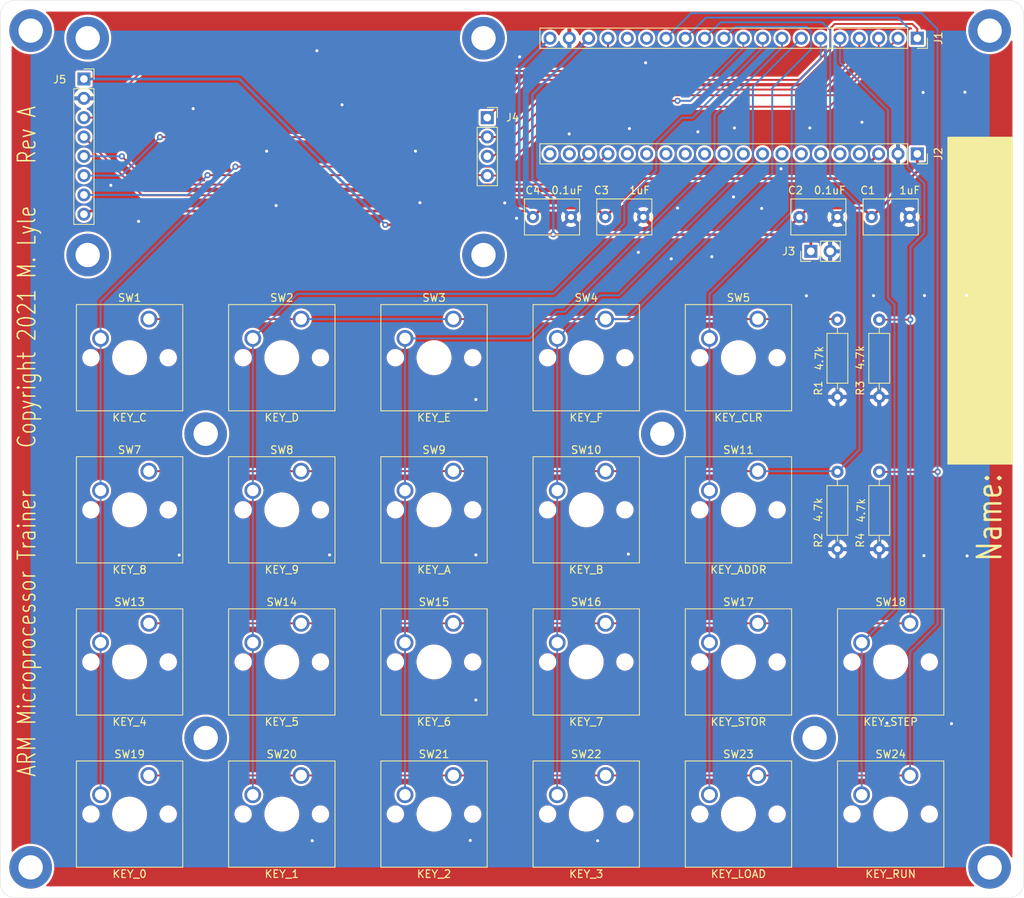
<source format=kicad_pcb>
(kicad_pcb (version 20171130) (host pcbnew "(5.1.6)-1")
  (layers (0 F.Cu signal hide) (31 B.Cu signal) (34 B.Paste user) (35 F.Paste user) (36 B.SilkS user) (37 F.SilkS user) (38 B.Mask user) (39 F.Mask user) (44 Edge.Cuts user))
  (net 0 "")
  (net 1 GND)
  (net 2 +5V)
  (net 3 +3V3)
  (net 4 /PB9LCDCS)
  (net 5 /PB8)
  (net 6 /PB7)
  (net 7 /PB6)
  (net 8 /PB5)
  (net 9 /PB4)
  (net 10 /PB3)
  (net 11 /PA15)
  (net 12 /PA12)
  (net 13 /PA11)
  (net 14 /PA10)
  (net 15 /PA9)
  (net 16 /PA8)
  (net 17 /PB15MOSI)
  (net 18 /PB14MISO)
  (net 19 /PB13SCK)
  (net 20 /PB12SDCS)
  (net 21 /MVB)
  (net 22 /PC13)
  (net 23 /PC14LCDA0)
  (net 24 /PC15LCDRST)
  (net 25 /NRST)
  (net 26 /PA0)
  (net 27 /PA1)
  (net 28 /PA2)
  (net 29 /PA3)
  (net 30 /PA4)
  (net 31 /PA5)
  (net 32 /PA6)
  (net 33 /PA7)
  (net 34 /PB0)
  (net 35 /PB1)
  (net 36 /PB2)
  (net 37 /PB10)
  (module MountingHole:MountingHole_3.2mm_M3_DIN965_Pad (layer B.Cu) (at 40 75)
    (fp_text reference REF## hide)
    (fp_text value MountingHole_3.2mm_M3_DIN965_Pad hide)
    (pad 1 thru_hole circle (at 0 0) (size 5.6 5.6) (drill 3.2) (layers *.Cu *.Mask))
  )
  (module MountingHole:MountingHole_3.2mm_M3_DIN965_Pad (layer B.Cu) (at 120 115)
    (fp_text reference REF## hide)
    (fp_text value MountingHole_3.2mm_M3_DIN965_Pad hide)
    (pad 1 thru_hole circle (at 0 0) (size 5.6 5.6) (drill 3.2) (layers *.Cu *.Mask))
  )
  (module MountingHole:MountingHole_3.2mm_M3_DIN965_Pad (layer B.Cu) (at 40 115)
    (fp_text reference REF## hide)
    (fp_text value MountingHole_3.2mm_M3_DIN965_Pad hide)
    (pad 1 thru_hole circle (at 0 0) (size 5.6 5.6) (drill 3.2) (layers *.Cu *.Mask))
  )
  (module MountingHole:MountingHole_3.2mm_M3_DIN965_Pad (layer B.Cu) (at 100 75)
    (fp_text reference REF## hide)
    (fp_text value MountingHole_3.2mm_M3_DIN965_Pad hide)
    (pad 1 thru_hole circle (at 0 0) (size 5.6 5.6) (drill 3.2) (layers *.Cu *.Mask))
  )
  (module Connector_PinHeader_2.54mm:PinHeader_1x02_P2.54mm_Vertical (layer F.Cu) (at 119.51 51.01 90)
    (fp_text reference J3 (at -0.01 -2.91 180) (layer F.SilkS))
    (fp_text value Conn_01x02 hide)
    (pad 2 thru_hole oval (at 0 2.54 90) (size 1.7 1.7) (drill 1) (layers *.Cu *.Mask) (net 1 GND))
    (pad 1 thru_hole rect (at 0 0 90) (size 1.7 1.7) (drill 1) (layers *.Cu *.Mask) (net 2 +5V))
  )
  (module Connector_PinSocket_2.54mm:PinSocket_1x08_P2.54mm_Vertical (layer F.Cu) (at 24 28.36)
    (fp_text reference J5 (at -3.175 0.065) (layer F.SilkS))
    (fp_text value Conn_01x08 hide)
    (pad 8 thru_hole oval (at 0 17.78) (size 1.7 1.7) (drill 1) (layers *.Cu *.Mask) (net 3 +3V3))
    (pad 7 thru_hole oval (at 0 15.24) (size 1.7 1.7) (drill 1) (layers *.Cu *.Mask) (net 19 /PB13SCK))
    (pad 6 thru_hole oval (at 0 12.7) (size 1.7 1.7) (drill 1) (layers *.Cu *.Mask) (net 17 /PB15MOSI))
    (pad 5 thru_hole oval (at 0 10.16) (size 1.7 1.7) (drill 1) (layers *.Cu *.Mask) (net 23 /PC14LCDA0))
    (pad 4 thru_hole oval (at 0 7.62) (size 1.7 1.7) (drill 1) (layers *.Cu *.Mask) (net 24 /PC15LCDRST))
    (pad 3 thru_hole oval (at 0 5.08) (size 1.7 1.7) (drill 1) (layers *.Cu *.Mask) (net 4 /PB9LCDCS))
    (pad 2 thru_hole oval (at 0 2.54) (size 1.7 1.7) (drill 1) (layers *.Cu *.Mask) (net 1 GND))
    (pad 1 thru_hole rect (at 0 0) (size 1.7 1.7) (drill 1) (layers *.Cu *.Mask) (net 2 +5V))
  )
  (module Connector_PinSocket_2.54mm:PinSocket_1x04_P2.54mm_Vertical (layer F.Cu) (at 77 33.44)
    (fp_text reference J4 (at 3.325 -0.015) (layer F.SilkS))
    (fp_text value Conn_01x04 hide)
    (pad 4 thru_hole oval (at 0 7.62) (size 1.7 1.7) (drill 1) (layers *.Cu *.Mask) (net 19 /PB13SCK))
    (pad 3 thru_hole oval (at 0 5.08) (size 1.7 1.7) (drill 1) (layers *.Cu *.Mask) (net 18 /PB14MISO))
    (pad 2 thru_hole oval (at 0 2.54) (size 1.7 1.7) (drill 1) (layers *.Cu *.Mask) (net 17 /PB15MOSI))
    (pad 1 thru_hole rect (at 0 0) (size 1.7 1.7) (drill 1) (layers *.Cu *.Mask) (net 20 /PB12SDCS))
  )
  (module Connector_PinSocket_2.54mm:PinSocket_1x20_P2.54mm_Vertical (layer F.Cu) (at 133.5 38.2 270)
    (fp_text reference J2 (at 0 -2.77 90) (layer F.SilkS))
    (fp_text value Conn_01x20 hide)
    (pad 20 thru_hole oval (at 0 48.26 270) (size 1.7 1.7) (drill 1) (layers *.Cu *.Mask) (net 21 /MVB))
    (pad 19 thru_hole oval (at 0 45.72 270) (size 1.7 1.7) (drill 1) (layers *.Cu *.Mask) (net 22 /PC13))
    (pad 18 thru_hole oval (at 0 43.18 270) (size 1.7 1.7) (drill 1) (layers *.Cu *.Mask) (net 23 /PC14LCDA0))
    (pad 17 thru_hole oval (at 0 40.64 270) (size 1.7 1.7) (drill 1) (layers *.Cu *.Mask) (net 24 /PC15LCDRST))
    (pad 16 thru_hole oval (at 0 38.1 270) (size 1.7 1.7) (drill 1) (layers *.Cu *.Mask) (net 25 /NRST))
    (pad 15 thru_hole oval (at 0 35.56 270) (size 1.7 1.7) (drill 1) (layers *.Cu *.Mask) (net 26 /PA0))
    (pad 14 thru_hole oval (at 0 33.02 270) (size 1.7 1.7) (drill 1) (layers *.Cu *.Mask) (net 27 /PA1))
    (pad 13 thru_hole oval (at 0 30.48 270) (size 1.7 1.7) (drill 1) (layers *.Cu *.Mask) (net 28 /PA2))
    (pad 12 thru_hole oval (at 0 27.94 270) (size 1.7 1.7) (drill 1) (layers *.Cu *.Mask) (net 29 /PA3))
    (pad 11 thru_hole oval (at 0 25.4 270) (size 1.7 1.7) (drill 1) (layers *.Cu *.Mask) (net 30 /PA4))
    (pad 10 thru_hole oval (at 0 22.86 270) (size 1.7 1.7) (drill 1) (layers *.Cu *.Mask) (net 31 /PA5))
    (pad 9 thru_hole oval (at 0 20.32 270) (size 1.7 1.7) (drill 1) (layers *.Cu *.Mask) (net 32 /PA6))
    (pad 8 thru_hole oval (at 0 17.78 270) (size 1.7 1.7) (drill 1) (layers *.Cu *.Mask) (net 33 /PA7))
    (pad 7 thru_hole oval (at 0 15.24 270) (size 1.7 1.7) (drill 1) (layers *.Cu *.Mask) (net 34 /PB0))
    (pad 6 thru_hole oval (at 0 12.7 270) (size 1.7 1.7) (drill 1) (layers *.Cu *.Mask) (net 35 /PB1))
    (pad 5 thru_hole oval (at 0 10.16 270) (size 1.7 1.7) (drill 1) (layers *.Cu *.Mask) (net 36 /PB2))
    (pad 4 thru_hole oval (at 0 7.62 270) (size 1.7 1.7) (drill 1) (layers *.Cu *.Mask) (net 37 /PB10))
    (pad 3 thru_hole oval (at 0 5.08 270) (size 1.7 1.7) (drill 1) (layers *.Cu *.Mask) (net 3 +3V3))
    (pad 2 thru_hole oval (at 0 2.54 270) (size 1.7 1.7) (drill 1) (layers *.Cu *.Mask) (net 1 GND))
    (pad 1 thru_hole rect (at 0 0 270) (size 1.7 1.7) (drill 1) (layers *.Cu *.Mask) (net 2 +5V))
  )
  (module Connector_PinSocket_2.54mm:PinSocket_1x20_P2.54mm_Vertical (layer F.Cu) (at 133.5 23 270)
    (fp_text reference J1 (at 0 -2.77 90) (layer F.SilkS))
    (fp_text value Conn_01x20 hide)
    (pad 20 thru_hole oval (at 0 48.26 270) (size 1.7 1.7) (drill 1) (layers *.Cu *.Mask) (net 3 +3V3))
    (pad 19 thru_hole oval (at 0 45.72 270) (size 1.7 1.7) (drill 1) (layers *.Cu *.Mask) (net 1 GND))
    (pad 18 thru_hole oval (at 0 43.18 270) (size 1.7 1.7) (drill 1) (layers *.Cu *.Mask) (net 2 +5V))
    (pad 17 thru_hole oval (at 0 40.64 270) (size 1.7 1.7) (drill 1) (layers *.Cu *.Mask) (net 4 /PB9LCDCS))
    (pad 16 thru_hole oval (at 0 38.1 270) (size 1.7 1.7) (drill 1) (layers *.Cu *.Mask) (net 5 /PB8))
    (pad 15 thru_hole oval (at 0 35.56 270) (size 1.7 1.7) (drill 1) (layers *.Cu *.Mask) (net 6 /PB7))
    (pad 14 thru_hole oval (at 0 33.02 270) (size 1.7 1.7) (drill 1) (layers *.Cu *.Mask) (net 7 /PB6))
    (pad 13 thru_hole oval (at 0 30.48 270) (size 1.7 1.7) (drill 1) (layers *.Cu *.Mask) (net 8 /PB5))
    (pad 12 thru_hole oval (at 0 27.94 270) (size 1.7 1.7) (drill 1) (layers *.Cu *.Mask) (net 9 /PB4))
    (pad 11 thru_hole oval (at 0 25.4 270) (size 1.7 1.7) (drill 1) (layers *.Cu *.Mask) (net 10 /PB3))
    (pad 10 thru_hole oval (at 0 22.86 270) (size 1.7 1.7) (drill 1) (layers *.Cu *.Mask) (net 11 /PA15))
    (pad 9 thru_hole oval (at 0 20.32 270) (size 1.7 1.7) (drill 1) (layers *.Cu *.Mask) (net 12 /PA12))
    (pad 8 thru_hole oval (at 0 17.78 270) (size 1.7 1.7) (drill 1) (layers *.Cu *.Mask) (net 13 /PA11))
    (pad 7 thru_hole oval (at 0 15.24 270) (size 1.7 1.7) (drill 1) (layers *.Cu *.Mask) (net 14 /PA10))
    (pad 6 thru_hole oval (at 0 12.7 270) (size 1.7 1.7) (drill 1) (layers *.Cu *.Mask) (net 15 /PA9))
    (pad 5 thru_hole oval (at 0 10.16 270) (size 1.7 1.7) (drill 1) (layers *.Cu *.Mask) (net 16 /PA8))
    (pad 4 thru_hole oval (at 0 7.62 270) (size 1.7 1.7) (drill 1) (layers *.Cu *.Mask) (net 17 /PB15MOSI))
    (pad 3 thru_hole oval (at 0 5.08 270) (size 1.7 1.7) (drill 1) (layers *.Cu *.Mask) (net 18 /PB14MISO))
    (pad 2 thru_hole oval (at 0 2.54 270) (size 1.7 1.7) (drill 1) (layers *.Cu *.Mask) (net 19 /PB13SCK))
    (pad 1 thru_hole rect (at 0 0 270) (size 1.7 1.7) (drill 1) (layers *.Cu *.Mask) (net 20 /PB12SDCS))
  )
  (module MountingHole:MountingHole_3.2mm_M3_DIN965_Pad (layer F.Cu) (at 24.5 51.5)
    (fp_text reference REF** hide)
    (fp_text value MountingHole_3.2mm_M3_DIN965_Pad hide)
    (pad 1 thru_hole circle (at 0 0) (size 5.6 5.6) (drill 3.2) (layers *.Cu *.Mask))
  )
  (module MountingHole:MountingHole_3.2mm_M3_DIN965_Pad (layer F.Cu) (at 76.5 51.5)
    (fp_text reference REF** hide)
    (fp_text value MountingHole_3.2mm_M3_DIN965_Pad hide)
    (pad 1 thru_hole circle (at 0 0) (size 5.6 5.6) (drill 3.2) (layers *.Cu *.Mask))
  )
  (module MountingHole:MountingHole_3.2mm_M3_DIN965_Pad (layer F.Cu) (at 76.5 23)
    (fp_text reference REF** hide)
    (fp_text value MountingHole_3.2mm_M3_DIN965_Pad hide)
    (pad 1 thru_hole circle (at 0 0) (size 5.6 5.6) (drill 3.2) (layers *.Cu *.Mask))
  )
  (module MountingHole:MountingHole_3.2mm_M3_DIN965_Pad (layer F.Cu) (at 24.5 23)
    (fp_text reference REF** hide)
    (fp_text value MountingHole_3.2mm_M3_DIN965_Pad hide)
    (pad 1 thru_hole circle (at 0 0) (size 5.6 5.6) (drill 3.2) (layers *.Cu *.Mask))
  )
  (module MountingHole:MountingHole_3.2mm_M3_DIN965_Pad (layer F.Cu) (at 17 22)
    (fp_text reference REF** hide)
    (fp_text value MountingHole_3.2mm_M3_DIN965_Pad hide)
    (pad 1 thru_hole circle (at 0 0) (size 5.6 5.6) (drill 3.2) (layers *.Cu *.Mask))
  )
  (module MountingHole:MountingHole_3.2mm_M3_DIN965_Pad (layer F.Cu) (at 143 22)
    (fp_text reference REF** hide)
    (fp_text value MountingHole_3.2mm_M3_DIN965_Pad hide)
    (pad 1 thru_hole circle (at 0 0) (size 5.6 5.6) (drill 3.2) (layers *.Cu *.Mask))
  )
  (module MountingHole:MountingHole_3.2mm_M3_DIN965_Pad (layer F.Cu) (at 143 132)
    (fp_text reference REF** hide)
    (fp_text value MountingHole_3.2mm_M3_DIN965_Pad hide)
    (pad 1 thru_hole circle (at 0 0) (size 5.6 5.6) (drill 3.2) (layers *.Cu *.Mask))
  )
  (module MountingHole:MountingHole_3.2mm_M3_DIN965_Pad (layer F.Cu) (at 17 132)
    (fp_text reference REF## hide)
    (fp_text value MountingHole_3.2mm_M3_DIN965_Pad hide)
    (pad 1 thru_hole circle (at 0 0) (size 5.6 5.6) (drill 3.2) (layers *.Cu *.Mask))
  )
  (module Capacitor_THT:C_Rect_L7.0mm_W4.5mm_P5.00mm (layer F.Cu) (at 83 46.5)
    (fp_text reference C4 (at 0 -3.5) (layer F.SilkS))
    (fp_text value 0.1uF (at 4.5 -3.5) (layer F.SilkS))
    (pad 2 thru_hole circle (at 5 0) (size 1.6 1.6) (drill 0.8) (layers *.Cu *.Mask) (net 1 GND))
    (pad 1 thru_hole circle (at 0 0) (size 1.6 1.6) (drill 0.8) (layers *.Cu *.Mask) (net 3 +3V3))
  )
  (module Capacitor_THT:C_Rect_L7.0mm_W4.5mm_P5.00mm (layer F.Cu) (at 92.5 46.5)
    (fp_text reference C3 (at -0.5 -3.5) (layer F.SilkS))
    (fp_text value 1uF (at 4.5 -3.5) (layer F.SilkS))
    (pad 2 thru_hole circle (at 5 0) (size 1.6 1.6) (drill 0.8) (layers *.Cu *.Mask) (net 1 GND))
    (pad 1 thru_hole circle (at 0 0) (size 1.6 1.6) (drill 0.8) (layers *.Cu *.Mask) (net 3 +3V3))
  )
  (module Capacitor_THT:C_Rect_L7.0mm_W4.5mm_P5.00mm (layer F.Cu) (at 118 46.5)
    (fp_text reference C2 (at -0.5 -3.5) (layer F.SilkS))
    (fp_text value 0.1uF (at 4 -3.5) (layer F.SilkS))
    (pad 2 thru_hole circle (at 5 0) (size 1.6 1.6) (drill 0.8) (layers *.Cu *.Mask) (net 1 GND))
    (pad 1 thru_hole circle (at 0 0) (size 1.6 1.6) (drill 0.8) (layers *.Cu *.Mask) (net 2 +5V))
  )
  (module Capacitor_THT:C_Rect_L7.0mm_W4.5mm_P5.00mm (layer F.Cu) (at 127.5 46.5)
    (fp_text reference C1 (at -0.5 -3.5) (layer F.SilkS))
    (fp_text value 1uF (at 5 -3.5) (layer F.SilkS))
    (pad 2 thru_hole circle (at 5 0) (size 1.6 1.6) (drill 0.8) (layers *.Cu *.Mask) (net 1 GND))
    (pad 1 thru_hole circle (at 0 0) (size 1.6 1.6) (drill 0.8) (layers *.Cu *.Mask) (net 2 +5V))
  )
  (module Button_Switch_Keyboard:SW_Cherry_MX_1.00u_PCB (layer F.Cu) (at 132.54 119.92)
    (fp_text reference SW24 (at -2.54 -2.794) (layer F.SilkS))
    (fp_text value KEY_RUN (at -2.54 12.954) (layer F.SilkS))
    (pad "" np_thru_hole circle (at 2.54 5.08) (size 1.7 1.7) (drill 1.7) (layers *.Cu *.Mask))
    (pad "" np_thru_hole circle (at -7.62 5.08) (size 1.7 1.7) (drill 1.7) (layers *.Cu *.Mask))
    (pad "" np_thru_hole circle (at -2.54 5.08) (size 4 4) (drill 4) (layers *.Cu *.Mask))
    (pad 2 thru_hole circle (at -6.35 2.54) (size 2.2 2.2) (drill 1.5) (layers *.Cu *.Mask) (net 16 /PA8))
    (pad 1 thru_hole circle (at 0 0) (size 2.2 2.2) (drill 1.5) (layers *.Cu *.Mask) (net 7 /PB6))
  )
  (module Button_Switch_Keyboard:SW_Cherry_MX_1.00u_PCB (layer F.Cu) (at 112.54 119.92)
    (fp_text reference SW23 (at -2.54 -2.794) (layer F.SilkS))
    (fp_text value KEY_LOAD (at -2.54 12.954) (layer F.SilkS))
    (pad "" np_thru_hole circle (at 2.54 5.08) (size 1.7 1.7) (drill 1.7) (layers *.Cu *.Mask))
    (pad "" np_thru_hole circle (at -7.62 5.08) (size 1.7 1.7) (drill 1.7) (layers *.Cu *.Mask))
    (pad "" np_thru_hole circle (at -2.54 5.08) (size 4 4) (drill 4) (layers *.Cu *.Mask))
    (pad 2 thru_hole circle (at -6.35 2.54) (size 2.2 2.2) (drill 1.5) (layers *.Cu *.Mask) (net 15 /PA9))
    (pad 1 thru_hole circle (at 0 0) (size 2.2 2.2) (drill 1.5) (layers *.Cu *.Mask) (net 7 /PB6))
  )
  (module Button_Switch_Keyboard:SW_Cherry_MX_1.00u_PCB (layer F.Cu) (at 92.54 119.92)
    (fp_text reference SW22 (at -2.54 -2.794) (layer F.SilkS))
    (fp_text value KEY_3 (at -2.54 12.954) (layer F.SilkS))
    (pad "" np_thru_hole circle (at 2.54 5.08) (size 1.7 1.7) (drill 1.7) (layers *.Cu *.Mask))
    (pad "" np_thru_hole circle (at -7.62 5.08) (size 1.7 1.7) (drill 1.7) (layers *.Cu *.Mask))
    (pad "" np_thru_hole circle (at -2.54 5.08) (size 4 4) (drill 4) (layers *.Cu *.Mask))
    (pad 2 thru_hole circle (at -6.35 2.54) (size 2.2 2.2) (drill 1.5) (layers *.Cu *.Mask) (net 14 /PA10))
    (pad 1 thru_hole circle (at 0 0) (size 2.2 2.2) (drill 1.5) (layers *.Cu *.Mask) (net 7 /PB6))
  )
  (module Button_Switch_Keyboard:SW_Cherry_MX_1.00u_PCB (layer F.Cu) (at 72.54 119.92)
    (fp_text reference SW21 (at -2.54 -2.794) (layer F.SilkS))
    (fp_text value KEY_2 (at -2.54 12.954) (layer F.SilkS))
    (pad "" np_thru_hole circle (at 2.54 5.08) (size 1.7 1.7) (drill 1.7) (layers *.Cu *.Mask))
    (pad "" np_thru_hole circle (at -7.62 5.08) (size 1.7 1.7) (drill 1.7) (layers *.Cu *.Mask))
    (pad "" np_thru_hole circle (at -2.54 5.08) (size 4 4) (drill 4) (layers *.Cu *.Mask))
    (pad 2 thru_hole circle (at -6.35 2.54) (size 2.2 2.2) (drill 1.5) (layers *.Cu *.Mask) (net 13 /PA11))
    (pad 1 thru_hole circle (at 0 0) (size 2.2 2.2) (drill 1.5) (layers *.Cu *.Mask) (net 7 /PB6))
  )
  (module Button_Switch_Keyboard:SW_Cherry_MX_1.00u_PCB (layer F.Cu) (at 52.54 119.92)
    (fp_text reference SW20 (at -2.54 -2.794) (layer F.SilkS))
    (fp_text value KEY_1 (at -2.54 12.954) (layer F.SilkS))
    (pad "" np_thru_hole circle (at 2.54 5.08) (size 1.7 1.7) (drill 1.7) (layers *.Cu *.Mask))
    (pad "" np_thru_hole circle (at -7.62 5.08) (size 1.7 1.7) (drill 1.7) (layers *.Cu *.Mask))
    (pad "" np_thru_hole circle (at -2.54 5.08) (size 4 4) (drill 4) (layers *.Cu *.Mask))
    (pad 2 thru_hole circle (at -6.35 2.54) (size 2.2 2.2) (drill 1.5) (layers *.Cu *.Mask) (net 12 /PA12))
    (pad 1 thru_hole circle (at 0 0) (size 2.2 2.2) (drill 1.5) (layers *.Cu *.Mask) (net 7 /PB6))
  )
  (module Button_Switch_Keyboard:SW_Cherry_MX_1.00u_PCB (layer F.Cu) (at 32.54 119.92)
    (fp_text reference SW19 (at -2.54 -2.794) (layer F.SilkS))
    (fp_text value KEY_0 (at -2.54 12.954) (layer F.SilkS))
    (pad "" np_thru_hole circle (at 2.54 5.08) (size 1.7 1.7) (drill 1.7) (layers *.Cu *.Mask))
    (pad "" np_thru_hole circle (at -7.62 5.08) (size 1.7 1.7) (drill 1.7) (layers *.Cu *.Mask))
    (pad "" np_thru_hole circle (at -2.54 5.08) (size 4 4) (drill 4) (layers *.Cu *.Mask))
    (pad 2 thru_hole circle (at -6.35 2.54) (size 2.2 2.2) (drill 1.5) (layers *.Cu *.Mask) (net 11 /PA15))
    (pad 1 thru_hole circle (at 0 0) (size 2.2 2.2) (drill 1.5) (layers *.Cu *.Mask) (net 7 /PB6))
  )
  (module Button_Switch_Keyboard:SW_Cherry_MX_1.00u_PCB (layer F.Cu) (at 132.54 99.92)
    (fp_text reference SW18 (at -2.54 -2.794) (layer F.SilkS))
    (fp_text value KEY_STEP (at -2.54 12.954) (layer F.SilkS))
    (pad "" np_thru_hole circle (at 2.54 5.08) (size 1.7 1.7) (drill 1.7) (layers *.Cu *.Mask))
    (pad "" np_thru_hole circle (at -7.62 5.08) (size 1.7 1.7) (drill 1.7) (layers *.Cu *.Mask))
    (pad "" np_thru_hole circle (at -2.54 5.08) (size 4 4) (drill 4) (layers *.Cu *.Mask))
    (pad 2 thru_hole circle (at -6.35 2.54) (size 2.2 2.2) (drill 1.5) (layers *.Cu *.Mask) (net 16 /PA8))
    (pad 1 thru_hole circle (at 0 0) (size 2.2 2.2) (drill 1.5) (layers *.Cu *.Mask) (net 8 /PB5))
  )
  (module Button_Switch_Keyboard:SW_Cherry_MX_1.00u_PCB (layer F.Cu) (at 112.54 99.92)
    (fp_text reference SW17 (at -2.54 -2.794) (layer F.SilkS))
    (fp_text value KEY_STOR (at -2.54 12.954) (layer F.SilkS))
    (pad "" np_thru_hole circle (at 2.54 5.08) (size 1.7 1.7) (drill 1.7) (layers *.Cu *.Mask))
    (pad "" np_thru_hole circle (at -7.62 5.08) (size 1.7 1.7) (drill 1.7) (layers *.Cu *.Mask))
    (pad "" np_thru_hole circle (at -2.54 5.08) (size 4 4) (drill 4) (layers *.Cu *.Mask))
    (pad 2 thru_hole circle (at -6.35 2.54) (size 2.2 2.2) (drill 1.5) (layers *.Cu *.Mask) (net 15 /PA9))
    (pad 1 thru_hole circle (at 0 0) (size 2.2 2.2) (drill 1.5) (layers *.Cu *.Mask) (net 8 /PB5))
  )
  (module Button_Switch_Keyboard:SW_Cherry_MX_1.00u_PCB (layer F.Cu) (at 92.54 99.92)
    (fp_text reference SW16 (at -2.54 -2.794) (layer F.SilkS))
    (fp_text value KEY_7 (at -2.54 12.954) (layer F.SilkS))
    (pad "" np_thru_hole circle (at 2.54 5.08) (size 1.7 1.7) (drill 1.7) (layers *.Cu *.Mask))
    (pad "" np_thru_hole circle (at -7.62 5.08) (size 1.7 1.7) (drill 1.7) (layers *.Cu *.Mask))
    (pad "" np_thru_hole circle (at -2.54 5.08) (size 4 4) (drill 4) (layers *.Cu *.Mask))
    (pad 2 thru_hole circle (at -6.35 2.54) (size 2.2 2.2) (drill 1.5) (layers *.Cu *.Mask) (net 14 /PA10))
    (pad 1 thru_hole circle (at 0 0) (size 2.2 2.2) (drill 1.5) (layers *.Cu *.Mask) (net 8 /PB5))
  )
  (module Button_Switch_Keyboard:SW_Cherry_MX_1.00u_PCB (layer F.Cu) (at 72.54 99.92)
    (fp_text reference SW15 (at -2.54 -2.794) (layer F.SilkS))
    (fp_text value KEY_6 (at -2.54 12.954) (layer F.SilkS))
    (pad "" np_thru_hole circle (at 2.54 5.08) (size 1.7 1.7) (drill 1.7) (layers *.Cu *.Mask))
    (pad "" np_thru_hole circle (at -7.62 5.08) (size 1.7 1.7) (drill 1.7) (layers *.Cu *.Mask))
    (pad "" np_thru_hole circle (at -2.54 5.08) (size 4 4) (drill 4) (layers *.Cu *.Mask))
    (pad 2 thru_hole circle (at -6.35 2.54) (size 2.2 2.2) (drill 1.5) (layers *.Cu *.Mask) (net 13 /PA11))
    (pad 1 thru_hole circle (at 0 0) (size 2.2 2.2) (drill 1.5) (layers *.Cu *.Mask) (net 8 /PB5))
  )
  (module Button_Switch_Keyboard:SW_Cherry_MX_1.00u_PCB (layer F.Cu) (at 52.54 99.92)
    (fp_text reference SW14 (at -2.54 -2.794) (layer F.SilkS))
    (fp_text value KEY_5 (at -2.54 12.954) (layer F.SilkS))
    (pad "" np_thru_hole circle (at 2.54 5.08) (size 1.7 1.7) (drill 1.7) (layers *.Cu *.Mask))
    (pad "" np_thru_hole circle (at -7.62 5.08) (size 1.7 1.7) (drill 1.7) (layers *.Cu *.Mask))
    (pad "" np_thru_hole circle (at -2.54 5.08) (size 4 4) (drill 4) (layers *.Cu *.Mask))
    (pad 2 thru_hole circle (at -6.35 2.54) (size 2.2 2.2) (drill 1.5) (layers *.Cu *.Mask) (net 12 /PA12))
    (pad 1 thru_hole circle (at 0 0) (size 2.2 2.2) (drill 1.5) (layers *.Cu *.Mask) (net 8 /PB5))
  )
  (module Button_Switch_Keyboard:SW_Cherry_MX_1.00u_PCB (layer F.Cu) (at 32.54 99.92)
    (fp_text reference SW13 (at -2.54 -2.794) (layer F.SilkS))
    (fp_text value KEY_4 (at -2.54 12.954) (layer F.SilkS))
    (pad "" np_thru_hole circle (at 2.54 5.08) (size 1.7 1.7) (drill 1.7) (layers *.Cu *.Mask))
    (pad "" np_thru_hole circle (at -7.62 5.08) (size 1.7 1.7) (drill 1.7) (layers *.Cu *.Mask))
    (pad "" np_thru_hole circle (at -2.54 5.08) (size 4 4) (drill 4) (layers *.Cu *.Mask))
    (pad 2 thru_hole circle (at -6.35 2.54) (size 2.2 2.2) (drill 1.5) (layers *.Cu *.Mask) (net 11 /PA15))
    (pad 1 thru_hole circle (at 0 0) (size 2.2 2.2) (drill 1.5) (layers *.Cu *.Mask) (net 8 /PB5))
  )
  (module Button_Switch_Keyboard:SW_Cherry_MX_1.00u_PCB (layer F.Cu) (at 112.54 79.92)
    (fp_text reference SW11 (at -2.54 -2.794) (layer F.SilkS))
    (fp_text value KEY_ADDR (at -2.54 12.954) (layer F.SilkS))
    (pad "" np_thru_hole circle (at 2.54 5.08) (size 1.7 1.7) (drill 1.7) (layers *.Cu *.Mask))
    (pad "" np_thru_hole circle (at -7.62 5.08) (size 1.7 1.7) (drill 1.7) (layers *.Cu *.Mask))
    (pad "" np_thru_hole circle (at -2.54 5.08) (size 4 4) (drill 4) (layers *.Cu *.Mask))
    (pad 2 thru_hole circle (at -6.35 2.54) (size 2.2 2.2) (drill 1.5) (layers *.Cu *.Mask) (net 15 /PA9))
    (pad 1 thru_hole circle (at 0 0) (size 2.2 2.2) (drill 1.5) (layers *.Cu *.Mask) (net 9 /PB4))
  )
  (module Button_Switch_Keyboard:SW_Cherry_MX_1.00u_PCB (layer F.Cu) (at 92.54 79.92)
    (fp_text reference SW10 (at -2.54 -2.794) (layer F.SilkS))
    (fp_text value KEY_B (at -2.54 12.954) (layer F.SilkS))
    (pad "" np_thru_hole circle (at 2.54 5.08) (size 1.7 1.7) (drill 1.7) (layers *.Cu *.Mask))
    (pad "" np_thru_hole circle (at -7.62 5.08) (size 1.7 1.7) (drill 1.7) (layers *.Cu *.Mask))
    (pad "" np_thru_hole circle (at -2.54 5.08) (size 4 4) (drill 4) (layers *.Cu *.Mask))
    (pad 2 thru_hole circle (at -6.35 2.54) (size 2.2 2.2) (drill 1.5) (layers *.Cu *.Mask) (net 14 /PA10))
    (pad 1 thru_hole circle (at 0 0) (size 2.2 2.2) (drill 1.5) (layers *.Cu *.Mask) (net 9 /PB4))
  )
  (module Button_Switch_Keyboard:SW_Cherry_MX_1.00u_PCB (layer F.Cu) (at 72.54 79.92)
    (fp_text reference SW9 (at -2.54 -2.794) (layer F.SilkS))
    (fp_text value KEY_A (at -2.54 12.954) (layer F.SilkS))
    (pad "" np_thru_hole circle (at 2.54 5.08) (size 1.7 1.7) (drill 1.7) (layers *.Cu *.Mask))
    (pad "" np_thru_hole circle (at -7.62 5.08) (size 1.7 1.7) (drill 1.7) (layers *.Cu *.Mask))
    (pad "" np_thru_hole circle (at -2.54 5.08) (size 4 4) (drill 4) (layers *.Cu *.Mask))
    (pad 2 thru_hole circle (at -6.35 2.54) (size 2.2 2.2) (drill 1.5) (layers *.Cu *.Mask) (net 13 /PA11))
    (pad 1 thru_hole circle (at 0 0) (size 2.2 2.2) (drill 1.5) (layers *.Cu *.Mask) (net 9 /PB4))
  )
  (module Button_Switch_Keyboard:SW_Cherry_MX_1.00u_PCB (layer F.Cu) (at 52.54 79.92)
    (fp_text reference SW8 (at -2.54 -2.794) (layer F.SilkS))
    (fp_text value KEY_9 (at -2.54 12.954) (layer F.SilkS))
    (pad "" np_thru_hole circle (at 2.54 5.08) (size 1.7 1.7) (drill 1.7) (layers *.Cu *.Mask))
    (pad "" np_thru_hole circle (at -7.62 5.08) (size 1.7 1.7) (drill 1.7) (layers *.Cu *.Mask))
    (pad "" np_thru_hole circle (at -2.54 5.08) (size 4 4) (drill 4) (layers *.Cu *.Mask))
    (pad 2 thru_hole circle (at -6.35 2.54) (size 2.2 2.2) (drill 1.5) (layers *.Cu *.Mask) (net 12 /PA12))
    (pad 1 thru_hole circle (at 0 0) (size 2.2 2.2) (drill 1.5) (layers *.Cu *.Mask) (net 9 /PB4))
  )
  (module Button_Switch_Keyboard:SW_Cherry_MX_1.00u_PCB (layer F.Cu) (at 32.54 79.92)
    (fp_text reference SW7 (at -2.54 -2.794) (layer F.SilkS))
    (fp_text value KEY_8 (at -2.54 12.954) (layer F.SilkS))
    (pad "" np_thru_hole circle (at 2.54 5.08) (size 1.7 1.7) (drill 1.7) (layers *.Cu *.Mask))
    (pad "" np_thru_hole circle (at -7.62 5.08) (size 1.7 1.7) (drill 1.7) (layers *.Cu *.Mask))
    (pad "" np_thru_hole circle (at -2.54 5.08) (size 4 4) (drill 4) (layers *.Cu *.Mask))
    (pad 2 thru_hole circle (at -6.35 2.54) (size 2.2 2.2) (drill 1.5) (layers *.Cu *.Mask) (net 11 /PA15))
    (pad 1 thru_hole circle (at 0 0) (size 2.2 2.2) (drill 1.5) (layers *.Cu *.Mask) (net 9 /PB4))
  )
  (module Button_Switch_Keyboard:SW_Cherry_MX_1.00u_PCB (layer F.Cu) (at 112.54 59.92)
    (fp_text reference SW5 (at -2.54 -2.794) (layer F.SilkS))
    (fp_text value KEY_CLR (at -2.54 12.954) (layer F.SilkS))
    (pad "" np_thru_hole circle (at 2.54 5.08) (size 1.7 1.7) (drill 1.7) (layers *.Cu *.Mask))
    (pad "" np_thru_hole circle (at -7.62 5.08) (size 1.7 1.7) (drill 1.7) (layers *.Cu *.Mask))
    (pad "" np_thru_hole circle (at -2.54 5.08) (size 4 4) (drill 4) (layers *.Cu *.Mask))
    (pad 2 thru_hole circle (at -6.35 2.54) (size 2.2 2.2) (drill 1.5) (layers *.Cu *.Mask) (net 15 /PA9))
    (pad 1 thru_hole circle (at 0 0) (size 2.2 2.2) (drill 1.5) (layers *.Cu *.Mask) (net 10 /PB3))
  )
  (module Button_Switch_Keyboard:SW_Cherry_MX_1.00u_PCB (layer F.Cu) (at 92.54 59.92)
    (fp_text reference SW4 (at -2.54 -2.794) (layer F.SilkS))
    (fp_text value KEY_F (at -2.54 12.954) (layer F.SilkS))
    (pad "" np_thru_hole circle (at 2.54 5.08) (size 1.7 1.7) (drill 1.7) (layers *.Cu *.Mask))
    (pad "" np_thru_hole circle (at -7.62 5.08) (size 1.7 1.7) (drill 1.7) (layers *.Cu *.Mask))
    (pad "" np_thru_hole circle (at -2.54 5.08) (size 4 4) (drill 4) (layers *.Cu *.Mask))
    (pad 2 thru_hole circle (at -6.35 2.54) (size 2.2 2.2) (drill 1.5) (layers *.Cu *.Mask) (net 14 /PA10))
    (pad 1 thru_hole circle (at 0 0) (size 2.2 2.2) (drill 1.5) (layers *.Cu *.Mask) (net 10 /PB3))
  )
  (module Button_Switch_Keyboard:SW_Cherry_MX_1.00u_PCB (layer F.Cu) (at 72.54 59.92)
    (fp_text reference SW3 (at -2.54 -2.794) (layer F.SilkS))
    (fp_text value KEY_E (at -2.54 12.954) (layer F.SilkS))
    (pad "" np_thru_hole circle (at 2.54 5.08) (size 1.7 1.7) (drill 1.7) (layers *.Cu *.Mask))
    (pad "" np_thru_hole circle (at -7.62 5.08) (size 1.7 1.7) (drill 1.7) (layers *.Cu *.Mask))
    (pad "" np_thru_hole circle (at -2.54 5.08) (size 4 4) (drill 4) (layers *.Cu *.Mask))
    (pad 2 thru_hole circle (at -6.35 2.54) (size 2.2 2.2) (drill 1.5) (layers *.Cu *.Mask) (net 13 /PA11))
    (pad 1 thru_hole circle (at 0 0) (size 2.2 2.2) (drill 1.5) (layers *.Cu *.Mask) (net 10 /PB3))
  )
  (module Button_Switch_Keyboard:SW_Cherry_MX_1.00u_PCB (layer F.Cu) (at 52.54 59.92)
    (fp_text reference SW2 (at -2.54 -2.794) (layer F.SilkS))
    (fp_text value KEY_D (at -2.54 12.954) (layer F.SilkS))
    (pad "" np_thru_hole circle (at 2.54 5.08) (size 1.7 1.7) (drill 1.7) (layers *.Cu *.Mask))
    (pad "" np_thru_hole circle (at -7.62 5.08) (size 1.7 1.7) (drill 1.7) (layers *.Cu *.Mask))
    (pad "" np_thru_hole circle (at -2.54 5.08) (size 4 4) (drill 4) (layers *.Cu *.Mask))
    (pad 2 thru_hole circle (at -6.35 2.54) (size 2.2 2.2) (drill 1.5) (layers *.Cu *.Mask) (net 12 /PA12))
    (pad 1 thru_hole circle (at 0 0) (size 2.2 2.2) (drill 1.5) (layers *.Cu *.Mask) (net 10 /PB3))
  )
  (module Button_Switch_Keyboard:SW_Cherry_MX_1.00u_PCB (layer F.Cu) (at 32.54 59.92)
    (fp_text reference SW1 (at -2.54 -2.794) (layer F.SilkS))
    (fp_text value KEY_C (at -2.54 12.954) (layer F.SilkS))
    (pad "" np_thru_hole circle (at 2.54 5.08) (size 1.7 1.7) (drill 1.7) (layers *.Cu *.Mask))
    (pad "" np_thru_hole circle (at -7.62 5.08) (size 1.7 1.7) (drill 1.7) (layers *.Cu *.Mask))
    (pad "" np_thru_hole circle (at -2.54 5.08) (size 4 4) (drill 4) (layers *.Cu *.Mask))
    (pad 2 thru_hole circle (at -6.35 2.54) (size 2.2 2.2) (drill 1.5) (layers *.Cu *.Mask) (net 11 /PA15))
    (pad 1 thru_hole circle (at 0 0) (size 2.2 2.2) (drill 1.5) (layers *.Cu *.Mask) (net 10 /PB3))
  )
  (module Resistor_THT:R_Axial_DIN0207_L6.3mm_D2.5mm_P10.16mm_Horizontal (layer F.Cu) (at 128.5 80 270)
    (fp_text reference R4 (at 9 2.5 90) (layer F.SilkS))
    (fp_text value 4.7k (at 5.08 2.37 90) (layer F.SilkS))
    (pad 2 thru_hole oval (at 10.16 0 270) (size 1.6 1.6) (drill 0.8) (layers *.Cu *.Mask) (net 1 GND))
    (pad 1 thru_hole circle (at 0 0 270) (size 1.6 1.6) (drill 0.8) (layers *.Cu *.Mask) (net 7 /PB6))
  )
  (module Resistor_THT:R_Axial_DIN0207_L6.3mm_D2.5mm_P10.16mm_Horizontal (layer F.Cu) (at 128.5 60 270)
    (fp_text reference R3 (at 9 2.5 90) (layer F.SilkS))
    (fp_text value 4.7k (at 5 2.5 90) (layer F.SilkS))
    (pad 2 thru_hole oval (at 10.16 0 270) (size 1.6 1.6) (drill 0.8) (layers *.Cu *.Mask) (net 1 GND))
    (pad 1 thru_hole circle (at 0 0 270) (size 1.6 1.6) (drill 0.8) (layers *.Cu *.Mask) (net 8 /PB5))
  )
  (module Resistor_THT:R_Axial_DIN0207_L6.3mm_D2.5mm_P10.16mm_Horizontal (layer F.Cu) (at 123 80 270)
    (fp_text reference R2 (at 9 2.5 90) (layer F.SilkS))
    (fp_text value 4.7k (at 5 2.5 90) (layer F.SilkS))
    (pad 2 thru_hole oval (at 10.16 0 270) (size 1.6 1.6) (drill 0.8) (layers *.Cu *.Mask) (net 1 GND))
    (pad 1 thru_hole circle (at 0 0 270) (size 1.6 1.6) (drill 0.8) (layers *.Cu *.Mask) (net 9 /PB4))
  )
  (module Resistor_THT:R_Axial_DIN0207_L6.3mm_D2.5mm_P10.16mm_Horizontal (layer F.Cu) (at 123 60 270)
    (fp_text reference R1 (at 9 2.5 90) (layer F.SilkS))
    (fp_text value 4.7k (at 5.08 2.37 90) (layer F.SilkS))
    (pad 2 thru_hole oval (at 10.16 0 270) (size 1.6 1.6) (drill 0.8) (layers *.Cu *.Mask) (net 1 GND))
    (pad 1 thru_hole circle (at 0 0 270) (size 1.6 1.6) (drill 0.8) (layers *.Cu *.Mask) (net 10 /PB3))
  )
  (gr_arc (start 15 134) (end 13 134) (angle -90) (layer Edge.Cuts) (width 0.05))
  (gr_arc (start 145.5 134) (end 145.5 136) (angle -90) (layer Edge.Cuts) (width 0.05))
  (gr_arc (start 145.5 20) (end 147.5 20) (angle -90) (layer Edge.Cuts) (width 0.05))
  (gr_arc (start 15 20) (end 15 18) (angle -90) (layer Edge.Cuts) (width 0.05))
  (gr_poly (pts (xy 146 79) (xy 137.5 79) (xy 137.5 36) (xy 146 36)) (layer F.SilkS) (width 0.1))
  (gr_text Name: (at 143 86 90) (layer F.SilkS) (effects (font (size 3.1 2.5) (thickness 0.33))))
  (gr_text "ARM Microprocessor Trainer    Copyright 2021 M. Lyle    Rev A" (at 16.5 76 90) (layer F.SilkS) (effects (font (size 2.3 1.8) (thickness 0.19))))
  (gr_line (start 13 134) (end 13 20) (layer Edge.Cuts) (width 0.05))
  (gr_line (start 145.5 136) (end 15 136) (layer Edge.Cuts) (width 0.05))
  (gr_line (start 147.5 20) (end 147.5 134) (layer Edge.Cuts) (width 0.05))
  (gr_line (start 15 18) (end 145.5 18) (layer Edge.Cuts) (width 0.05))
  (via (at 97.8 26.225) (size 0.8) (drill 0.4) (layers F.Cu B.Cu) (net 1))
  (via (at 95.675 34.875) (size 0.8) (drill 0.4) (layers F.Cu B.Cu) (net 1))
  (via (at 81.25 25.45) (size 0.8) (drill 0.4) (layers F.Cu B.Cu) (net 1))
  (via (at 126.225 34.05) (size 0.8) (drill 0.4) (layers F.Cu B.Cu) (net 1))
  (via (at 139.75 30.1) (size 0.8) (drill 0.4) (layers F.Cu B.Cu) (net 1))
  (via (at 113.05 45.375) (size 0.8) (drill 0.4) (layers F.Cu B.Cu) (net 1))
  (via (at 102 45.325) (size 0.8) (drill 0.4) (layers F.Cu B.Cu) (net 1))
  (via (at 96.85 51.15) (size 0.8) (drill 0.4) (layers F.Cu B.Cu) (net 1))
  (via (at 106.5 51.725) (size 0.8) (drill 0.4) (layers F.Cu B.Cu) (net 1))
  (via (at 109.35 43.86) (size 0.8) (drill 0.4) (layers F.Cu B.Cu) (net 1))
  (via (at 101.17 52) (size 0.8) (drill 0.4) (layers F.Cu B.Cu) (net 1))
  (via (at 75.5 90.925) (size 0.8) (drill 0.4) (layers F.Cu B.Cu) (net 1))
  (via (at 95.525 90.825) (size 0.8) (drill 0.4) (layers F.Cu B.Cu) (net 1))
  (via (at 56.275 90.925) (size 0.8) (drill 0.4) (layers F.Cu B.Cu) (net 1))
  (via (at 36.525 90.95) (size 0.8) (drill 0.4) (layers F.Cu B.Cu) (net 1))
  (via (at 38.354 32.258) (size 0.8) (drill 0.4) (layers F.Cu B.Cu) (net 1))
  (via (at 57.912 31.75) (size 0.8) (drill 0.4) (layers F.Cu B.Cu) (net 1))
  (via (at 67.564 37.846) (size 0.8) (drill 0.4) (layers F.Cu B.Cu) (net 1))
  (via (at 48.006 37.846) (size 0.8) (drill 0.4) (layers F.Cu B.Cu) (net 1))
  (via (at 54.61 24.638) (size 0.8) (drill 0.4) (layers F.Cu B.Cu) (net 1))
  (via (at 49.25 45) (size 0.8) (drill 0.4) (layers F.Cu B.Cu) (net 1))
  (via (at 68.15 44.62) (size 0.8) (drill 0.4) (layers F.Cu B.Cu) (net 1))
  (via (at 79.29 44.65) (size 0.8) (drill 0.4) (layers F.Cu B.Cu) (net 1))
  (via (at 119.38 34.798) (size 0.8) (drill 0.4) (layers F.Cu B.Cu) (net 1))
  (via (at 109.474 34.798) (size 0.8) (drill 0.4) (layers F.Cu B.Cu) (net 1))
  (via (at 104.67 35.3) (size 0.8) (drill 0.4) (layers F.Cu B.Cu) (net 1))
  (via (at 75.5 110) (size 0.8) (drill 0.4) (layers F.Cu B.Cu) (net 1))
  (via (at 75.5 70.5) (size 0.8) (drill 0.4) (layers F.Cu B.Cu) (net 1))
  (via (at 54 128.5) (size 0.8) (drill 0.4) (layers F.Cu B.Cu) (net 1))
  (via (at 91.5 128.5) (size 0.8) (drill 0.4) (layers F.Cu B.Cu) (net 1))
  (segment (start 101.025 51.05) (end 101.025 51.335) (width 0.25) (layer B.Cu) (net 1))
  (via (at 115.6 40.16) (size 0.8) (drill 0.4) (layers F.Cu B.Cu) (net 1))
  (via (at 80.85 46.67) (size 0.8) (drill 0.4) (layers F.Cu B.Cu) (net 1))
  (via (at 87.76 35.58) (size 0.8) (drill 0.4) (layers F.Cu B.Cu) (net 1))
  (via (at 74.76 128.46) (size 0.8) (drill 0.4) (layers F.Cu B.Cu) (net 1))
  (via (at 134.26 30.13) (size 0.8) (drill 0.4) (layers F.Cu B.Cu) (net 1))
  (via (at 134.44 56.83) (size 0.8) (drill 0.4) (layers F.Cu B.Cu) (net 1))
  (via (at 134.37 91.02) (size 0.8) (drill 0.4) (layers F.Cu B.Cu) (net 1))
  (via (at 129.52 113.03) (size 0.8) (drill 0.4) (layers F.Cu B.Cu) (net 1))
  (via (at 137.99 113.11) (size 0.8) (drill 0.4) (layers F.Cu B.Cu) (net 1))
  (via (at 140.04 91.06) (size 0.8) (drill 0.4) (layers F.Cu B.Cu) (net 1))
  (via (at 139.98 56.79) (size 0.8) (drill 0.4) (layers F.Cu B.Cu) (net 1))
  (via (at 127.75 56.84) (size 0.8) (drill 0.4) (layers F.Cu B.Cu) (net 1))
  (via (at 118.93 56.86) (size 0.8) (drill 0.4) (layers F.Cu B.Cu) (net 1))
  (via (at 31.18 47.08) (size 0.8) (drill 0.4) (layers F.Cu B.Cu) (net 1))
  (via (at 27.54 42.34) (size 0.8) (drill 0.4) (layers F.Cu B.Cu) (net 1))
  (segment (start 133.5 40.5) (end 127.5 46.5) (width 0.35) (layer F.Cu) (net 2))
  (segment (start 133.5 38.2) (end 133.5 40.5) (width 0.35) (layer F.Cu) (net 2))
  (segment (start 119.175001 45.324999) (end 118 46.5) (width 0.35) (layer F.Cu) (net 2))
  (segment (start 126.324999 45.324999) (end 119.175001 45.324999) (width 0.35) (layer F.Cu) (net 2))
  (segment (start 127.5 46.5) (end 126.324999 45.324999) (width 0.35) (layer F.Cu) (net 2))
  (via (at 85.67 48.79) (size 0.8) (drill 0.4) (layers F.Cu B.Cu) (net 2))
  (segment (start 24 28.36) (end 44.435 28.36) (width 0.35) (layer B.Cu) (net 2))
  (segment (start 44.435 28.36) (end 63.5 47.425) (width 0.35) (layer B.Cu) (net 2))
  (via (at 63.61 47.53) (size 0.8) (drill 0.4) (layers F.Cu B.Cu) (net 2))
  (segment (start 119.51 48.01) (end 118 46.5) (width 0.35) (layer F.Cu) (net 2))
  (segment (start 119.51 51.01) (end 119.51 48.01) (width 0.35) (layer F.Cu) (net 2))
  (segment (start 79.8 47.53) (end 63.72 47.53) (width 0.35) (layer F.Cu) (net 2))
  (segment (start 63.72 47.53) (end 63.625 47.625) (width 0.35) (layer F.Cu) (net 2))
  (segment (start 81.09 48.82) (end 79.8 47.53) (width 0.35) (layer F.Cu) (net 2))
  (segment (start 118 46.5) (end 115.68 48.82) (width 0.35) (layer F.Cu) (net 2))
  (segment (start 115.68 48.82) (end 81.09 48.82) (width 0.35) (layer F.Cu) (net 2))
  (segment (start 85.67 44.27) (end 85.67 48.79) (width 0.35) (layer B.Cu) (net 2))
  (segment (start 82.92 41.52) (end 85.67 44.27) (width 0.35) (layer B.Cu) (net 2))
  (segment (start 90.32 23) (end 82.92 30.4) (width 0.35) (layer B.Cu) (net 2))
  (segment (start 82.92 30.4) (end 82.92 41.52) (width 0.35) (layer B.Cu) (net 2))
  (segment (start 84.175001 45.324999) (end 83 46.5) (width 0.35) (layer F.Cu) (net 3))
  (segment (start 91.324999 45.324999) (end 84.175001 45.324999) (width 0.35) (layer F.Cu) (net 3))
  (segment (start 92.5 46.5) (end 91.324999 45.324999) (width 0.35) (layer F.Cu) (net 3))
  (segment (start 128.42 38.2) (end 125.17 41.45) (width 0.35) (layer F.Cu) (net 3))
  (segment (start 97.55 41.45) (end 92.5 46.5) (width 0.35) (layer F.Cu) (net 3))
  (segment (start 125.17 41.45) (end 97.55 41.45) (width 0.35) (layer F.Cu) (net 3))
  (segment (start 33.650998 45.72) (end 24.42 45.72) (width 0.35) (layer F.Cu) (net 3))
  (segment (start 34.408001 45.733001) (end 33.663999 45.733001) (width 0.35) (layer F.Cu) (net 3))
  (segment (start 34.421002 45.72) (end 34.408001 45.733001) (width 0.35) (layer F.Cu) (net 3))
  (segment (start 82.22 45.72) (end 49.677002 45.72) (width 0.35) (layer F.Cu) (net 3))
  (segment (start 33.663999 45.733001) (end 33.650998 45.72) (width 0.35) (layer F.Cu) (net 3))
  (segment (start 48.822998 45.72) (end 34.421002 45.72) (width 0.35) (layer F.Cu) (net 3))
  (segment (start 83 46.5) (end 82.22 45.72) (width 0.35) (layer F.Cu) (net 3))
  (segment (start 49.622001 45.775001) (end 48.877999 45.775001) (width 0.35) (layer F.Cu) (net 3))
  (segment (start 24.42 45.72) (end 24 46.14) (width 0.35) (layer F.Cu) (net 3))
  (segment (start 49.677002 45.72) (end 49.622001 45.775001) (width 0.35) (layer F.Cu) (net 3))
  (segment (start 48.877999 45.775001) (end 48.822998 45.72) (width 0.35) (layer F.Cu) (net 3))
  (segment (start 81.2 44.7) (end 83 46.5) (width 0.35) (layer B.Cu) (net 3))
  (segment (start 85.24 23) (end 81.2 27.04) (width 0.35) (layer B.Cu) (net 3))
  (segment (start 81.2 27.04) (end 81.2 44.7) (width 0.35) (layer B.Cu) (net 3))
  (segment (start 92.86 24.54) (end 92.86 23) (width 0.25) (layer F.Cu) (net 4))
  (segment (start 90.1 27.3) (end 92.86 24.54) (width 0.25) (layer F.Cu) (net 4))
  (segment (start 31.628 27.3) (end 90.1 27.3) (width 0.25) (layer F.Cu) (net 4))
  (segment (start 24 33.44) (end 25.488 33.44) (width 0.25) (layer F.Cu) (net 4))
  (segment (start 25.488 33.44) (end 31.628 27.3) (width 0.25) (layer F.Cu) (net 4))
  (segment (start 32.54 119.92) (end 132.54 119.92) (width 0.25) (layer F.Cu) (net 7))
  (segment (start 128.5 80) (end 134.62 80) (width 0.25) (layer F.Cu) (net 7))
  (segment (start 132.54 103.669) (end 132.54 119.92) (width 0.25) (layer B.Cu) (net 7))
  (segment (start 134.06 19.7) (end 136.16 21.8) (width 0.25) (layer B.Cu) (net 7))
  (segment (start 100.48 23) (end 103.78 19.7) (width 0.25) (layer B.Cu) (net 7))
  (segment (start 103.78 19.7) (end 134.06 19.7) (width 0.25) (layer B.Cu) (net 7))
  (segment (start 136.16 100.049) (end 132.54 103.669) (width 0.25) (layer B.Cu) (net 7))
  (via (at 136.18 80) (size 0.8) (drill 0.4) (layers F.Cu B.Cu) (net 7))
  (segment (start 136.16 79.98) (end 136.18 80) (width 0.25) (layer B.Cu) (net 7))
  (segment (start 136.16 79.98) (end 136.16 100.049) (width 0.25) (layer B.Cu) (net 7))
  (segment (start 136.16 21.8) (end 136.16 79.98) (width 0.25) (layer B.Cu) (net 7))
  (segment (start 134.62 80) (end 136.18 80) (width 0.25) (layer F.Cu) (net 7))
  (segment (start 32.54 99.92) (end 132.54 99.92) (width 0.25) (layer F.Cu) (net 8))
  (segment (start 128.625001 59.874999) (end 128.5 60) (width 0.25) (layer B.Cu) (net 8))
  (segment (start 128.5 60) (end 132.56 60) (width 0.25) (layer F.Cu) (net 8))
  (via (at 132.58 60) (size 0.8) (drill 0.4) (layers F.Cu B.Cu) (net 8))
  (segment (start 132.6 50.475) (end 132.6 99.86) (width 0.25) (layer B.Cu) (net 8))
  (segment (start 132.6 99.86) (end 132.54 99.92) (width 0.25) (layer B.Cu) (net 8))
  (segment (start 134.43 48.645) (end 132.6 50.475) (width 0.25) (layer B.Cu) (net 8))
  (segment (start 105.72 20.3) (end 130.95 20.3) (width 0.25) (layer B.Cu) (net 8))
  (segment (start 103.02 23) (end 105.72 20.3) (width 0.25) (layer B.Cu) (net 8))
  (segment (start 134.43 42.1) (end 134.43 48.645) (width 0.25) (layer B.Cu) (net 8))
  (segment (start 130.95 20.3) (end 132.24 21.59) (width 0.25) (layer B.Cu) (net 8))
  (segment (start 132.24 21.59) (end 132.24 39.91) (width 0.25) (layer B.Cu) (net 8))
  (segment (start 132.24 39.91) (end 134.43 42.1) (width 0.25) (layer B.Cu) (net 8))
  (segment (start 32.54 79.92) (end 112.54 79.92) (width 0.25) (layer F.Cu) (net 9))
  (segment (start 122.92 79.92) (end 123 80) (width 0.25) (layer F.Cu) (net 9))
  (segment (start 112.54 79.92) (end 122.92 79.92) (width 0.25) (layer B.Cu) (net 9))
  (segment (start 125.9 77.1) (end 123 80) (width 0.25) (layer B.Cu) (net 9))
  (segment (start 125.9 45) (end 125.9 77.1) (width 0.25) (layer B.Cu) (net 9))
  (segment (start 107.66 20.9) (end 121.01 20.9) (width 0.25) (layer B.Cu) (net 9))
  (segment (start 122.05 21.94) (end 122.05 41.15) (width 0.25) (layer B.Cu) (net 9))
  (segment (start 121.01 20.9) (end 122.05 21.94) (width 0.25) (layer B.Cu) (net 9))
  (segment (start 105.56 23) (end 107.66 20.9) (width 0.25) (layer B.Cu) (net 9))
  (segment (start 122.05 41.15) (end 125.9 45) (width 0.25) (layer B.Cu) (net 9))
  (segment (start 122.92 59.92) (end 123 60) (width 0.25) (layer F.Cu) (net 10))
  (segment (start 112.54 59.92) (end 122.92 59.92) (width 0.25) (layer F.Cu) (net 10))
  (segment (start 32.54 59.92) (end 52.54 59.92) (width 0.25) (layer F.Cu) (net 10))
  (segment (start 92.54 59.92) (end 112.54 59.92) (width 0.25) (layer F.Cu) (net 10))
  (segment (start 92.54 59.92) (end 72.54 59.92) (width 0.25) (layer F.Cu) (net 10))
  (segment (start 52.54 59.92) (end 72.54 59.92) (width 0.25) (layer B.Cu) (net 10))
  (segment (start 114.44 40.86) (end 95.38 59.92) (width 0.25) (layer B.Cu) (net 10))
  (segment (start 114.44 29.56) (end 114.44 40.86) (width 0.25) (layer B.Cu) (net 10))
  (segment (start 109.6 21.5) (end 118.93 21.5) (width 0.25) (layer B.Cu) (net 10))
  (segment (start 108.1 23) (end 109.6 21.5) (width 0.25) (layer B.Cu) (net 10))
  (segment (start 95.38 59.92) (end 92.54 59.92) (width 0.25) (layer B.Cu) (net 10))
  (segment (start 118.93 21.5) (end 119.53 22.1) (width 0.25) (layer B.Cu) (net 10))
  (segment (start 119.53 24.47) (end 114.44 29.56) (width 0.25) (layer B.Cu) (net 10))
  (segment (start 119.53 22.1) (end 119.53 24.47) (width 0.25) (layer B.Cu) (net 10))
  (segment (start 126.19 122.46) (end 126.19 102.46) (width 0.25) (layer B.Cu) (net 16))
  (segment (start 106.19 122.46) (end 106.19 62.46) (width 0.25) (layer B.Cu) (net 15))
  (segment (start 66.19 122.46) (end 66.19 62.46) (width 0.25) (layer B.Cu) (net 13))
  (segment (start 46.19 122.46) (end 46.19 62.46) (width 0.25) (layer B.Cu) (net 12))
  (segment (start 26.19 122.46) (end 26.19 62.46) (width 0.25) (layer B.Cu) (net 11))
  (via (at 102 31.225) (size 0.8) (drill 0.4) (layers F.Cu B.Cu) (net 11))
  (segment (start 102 31.225) (end 86.575 31.225) (width 0.25) (layer F.Cu) (net 11))
  (via (at 43.91 39.880002) (size 0.8) (drill 0.4) (layers F.Cu B.Cu) (net 11))
  (segment (start 86.575 31.225) (end 77.919998 39.880002) (width 0.25) (layer F.Cu) (net 11))
  (segment (start 77.919998 39.880002) (end 43.91 39.880002) (width 0.25) (layer F.Cu) (net 11))
  (segment (start 43.91 39.89) (end 43.91 39.880002) (width 0.25) (layer B.Cu) (net 11))
  (segment (start 26.19 62.46) (end 26.19 57.61) (width 0.25) (layer B.Cu) (net 11))
  (segment (start 26.19 57.61) (end 43.91 39.89) (width 0.25) (layer B.Cu) (net 11))
  (segment (start 110.64 23) (end 110.64 24.29) (width 0.25) (layer B.Cu) (net 11))
  (segment (start 103.705 31.225) (end 102 31.225) (width 0.25) (layer B.Cu) (net 11))
  (segment (start 110.64 24.29) (end 103.705 31.225) (width 0.25) (layer B.Cu) (net 11))
  (segment (start 52.04 56.61) (end 46.19 62.46) (width 0.25) (layer B.Cu) (net 12))
  (segment (start 85.73 56.61) (end 52.04 56.61) (width 0.25) (layer B.Cu) (net 12))
  (segment (start 95 47.34) (end 85.73 56.61) (width 0.25) (layer B.Cu) (net 12))
  (segment (start 113.18 24.22) (end 103.94 33.46) (width 0.25) (layer B.Cu) (net 12))
  (segment (start 99.2 36.84) (end 99.2 40.4) (width 0.25) (layer B.Cu) (net 12))
  (segment (start 113.18 23) (end 113.18 24.22) (width 0.25) (layer B.Cu) (net 12))
  (segment (start 103.94 33.46) (end 102.58 33.46) (width 0.25) (layer B.Cu) (net 12))
  (segment (start 95 44.6) (end 95 47.34) (width 0.25) (layer B.Cu) (net 12))
  (segment (start 99.2 40.4) (end 95 44.6) (width 0.25) (layer B.Cu) (net 12))
  (segment (start 102.58 33.46) (end 99.2 36.84) (width 0.25) (layer B.Cu) (net 12))
  (segment (start 115.72 24.22) (end 115.72 23) (width 0.25) (layer B.Cu) (net 13))
  (segment (start 86.1 58.97) (end 87.17 58.97) (width 0.25) (layer B.Cu) (net 13))
  (segment (start 82.61 62.46) (end 86.1 58.97) (width 0.25) (layer B.Cu) (net 13))
  (segment (start 66.19 62.46) (end 82.61 62.46) (width 0.25) (layer B.Cu) (net 13))
  (segment (start 106.85 33.09) (end 115.72 24.22) (width 0.25) (layer B.Cu) (net 13))
  (segment (start 87.17 58.97) (end 106.85 39.29) (width 0.25) (layer B.Cu) (net 13))
  (segment (start 106.85 39.29) (end 106.85 33.09) (width 0.25) (layer B.Cu) (net 13))
  (segment (start 86.19 122.46) (end 86.19 62.46) (width 0.25) (layer B.Cu) (net 14))
  (segment (start 91.85 56.8) (end 86.19 62.46) (width 0.25) (layer B.Cu) (net 14))
  (segment (start 94.3 56.8) (end 91.85 56.8) (width 0.25) (layer B.Cu) (net 14))
  (segment (start 111.9 39.2) (end 94.3 56.8) (width 0.25) (layer B.Cu) (net 14))
  (segment (start 118.26 23) (end 111.9 29.36) (width 0.25) (layer B.Cu) (net 14))
  (segment (start 111.9 29.36) (end 111.9 39.2) (width 0.25) (layer B.Cu) (net 14))
  (segment (start 106.19 56.644998) (end 106.19 62.46) (width 0.25) (layer B.Cu) (net 15))
  (segment (start 117 29.55) (end 117 45.834998) (width 0.25) (layer B.Cu) (net 15))
  (segment (start 117 45.834998) (end 106.19 56.644998) (width 0.25) (layer B.Cu) (net 15))
  (segment (start 120.8 23) (end 120.8 25.75) (width 0.25) (layer B.Cu) (net 15))
  (segment (start 120.8 25.75) (end 117 29.55) (width 0.25) (layer B.Cu) (net 15))
  (segment (start 130.5 98.15) (end 126.19 102.46) (width 0.25) (layer B.Cu) (net 16))
  (segment (start 123.34 26.165) (end 129.65 32.475) (width 0.25) (layer B.Cu) (net 16))
  (segment (start 123.34 23) (end 123.34 26.165) (width 0.25) (layer B.Cu) (net 16))
  (segment (start 129.65 32.475) (end 129.65 57.125) (width 0.25) (layer B.Cu) (net 16))
  (segment (start 130.5 57.975) (end 130.5 98.15) (width 0.25) (layer B.Cu) (net 16))
  (segment (start 129.65 57.125) (end 130.5 57.975) (width 0.25) (layer B.Cu) (net 16))
  (segment (start 24 41.06) (end 28.94 41.06) (width 0.25) (layer B.Cu) (net 17))
  (via (at 34 36) (size 0.8) (drill 0.4) (layers F.Cu B.Cu) (net 17))
  (segment (start 28.94 41.06) (end 34 36) (width 0.25) (layer B.Cu) (net 17))
  (segment (start 76.98 36) (end 77 35.98) (width 0.25) (layer F.Cu) (net 17))
  (segment (start 34 36) (end 76.98 36) (width 0.25) (layer F.Cu) (net 17))
  (segment (start 79.01 35.98) (end 77 35.98) (width 0.25) (layer F.Cu) (net 17))
  (segment (start 85.24 29.75) (end 79.01 35.98) (width 0.25) (layer F.Cu) (net 17))
  (segment (start 121.19 29.75) (end 85.24 29.75) (width 0.25) (layer F.Cu) (net 17))
  (segment (start 125.88 23) (end 125.88 25.06) (width 0.25) (layer F.Cu) (net 17))
  (segment (start 125.88 25.06) (end 121.19 29.75) (width 0.25) (layer F.Cu) (net 17))
  (segment (start 77.800998 38.52) (end 77 38.52) (width 0.25) (layer F.Cu) (net 18))
  (segment (start 85.820998 30.5) (end 77.800998 38.52) (width 0.25) (layer F.Cu) (net 18))
  (segment (start 122.75 30.5) (end 85.820998 30.5) (width 0.25) (layer F.Cu) (net 18))
  (segment (start 128.42 23) (end 128.42 24.83) (width 0.25) (layer F.Cu) (net 18))
  (segment (start 128.42 24.83) (end 122.75 30.5) (width 0.25) (layer F.Cu) (net 18))
  (segment (start 24 43.6) (end 37.65 43.6) (width 0.25) (layer B.Cu) (net 19))
  (segment (start 37.65 43.6) (end 40.25 41) (width 0.25) (layer B.Cu) (net 19))
  (via (at 40.25 41) (size 0.8) (drill 0.4) (layers F.Cu B.Cu) (net 19))
  (segment (start 76.94 41) (end 77 41.06) (width 0.25) (layer F.Cu) (net 19))
  (segment (start 40.25 41) (end 76.94 41) (width 0.25) (layer F.Cu) (net 19))
  (segment (start 121.96 32) (end 87.262081 32) (width 0.25) (layer F.Cu) (net 19))
  (segment (start 78.202081 41.06) (end 77 41.06) (width 0.25) (layer F.Cu) (net 19))
  (segment (start 87.262081 32) (end 78.202081 41.06) (width 0.25) (layer F.Cu) (net 19))
  (segment (start 130.96 23) (end 121.96 32) (width 0.25) (layer F.Cu) (net 19))
  (segment (start 117.975 28.475) (end 81.965 28.475) (width 0.25) (layer F.Cu) (net 20))
  (segment (start 122.075 24.375) (end 117.975 28.475) (width 0.25) (layer F.Cu) (net 20))
  (segment (start 122.075 21.7) (end 122.075 24.375) (width 0.25) (layer F.Cu) (net 20))
  (segment (start 122.65 21.125) (end 122.075 21.7) (width 0.25) (layer F.Cu) (net 20))
  (segment (start 81.965 28.475) (end 77 33.44) (width 0.25) (layer F.Cu) (net 20))
  (segment (start 133.5 21.775) (end 132.85 21.125) (width 0.25) (layer F.Cu) (net 20))
  (segment (start 132.85 21.125) (end 122.65 21.125) (width 0.25) (layer F.Cu) (net 20))
  (segment (start 133.5 23) (end 133.5 21.775) (width 0.25) (layer F.Cu) (net 20))
  (segment (start 24 38.52) (end 28.98 38.52) (width 0.25) (layer B.Cu) (net 23))
  (segment (start 28.98 38.52) (end 29 38.5) (width 0.25) (layer B.Cu) (net 23))
  (via (at 28.98 38.52) (size 0.8) (drill 0.4) (layers F.Cu B.Cu) (net 23))
  (segment (start 86.284999 42.235001) (end 90.32 38.2) (width 0.25) (layer F.Cu) (net 23))
  (segment (start 32.695001 42.235001) (end 86.284999 42.235001) (width 0.25) (layer F.Cu) (net 23))
  (segment (start 28.98 38.52) (end 32.695001 42.235001) (width 0.25) (layer F.Cu) (net 23))
  (segment (start 87.41 43.65) (end 92.86 38.2) (width 0.25) (layer F.Cu) (net 24))
  (segment (start 24 35.98) (end 31.67 43.65) (width 0.25) (layer F.Cu) (net 24))
  (segment (start 31.67 43.65) (end 87.41 43.65) (width 0.25) (layer F.Cu) (net 24))
  (zone (net 1) (net_name GND) (layer B.Cu) (connect_pads (clearance 0.3)) (min_thickness 0.22) (fill yes (arc_segments 32) (thermal_gap 0.508) (thermal_bridge_width 0.508))
    (polygon (pts (xy 143 132) (xy 17 132) (xy 17 22) (xy 143 22)))
  )
  (zone (net 1) (net_name GND) (layer F.Cu) (connect_pads (clearance 0.3)) (min_thickness 0.22) (fill yes (arc_segments 32) (thermal_gap 0.508) (thermal_bridge_width 0.508))
    (polygon (pts (xy 146 134.5) (xy 14.5 134.5) (xy 14.5 19.5) (xy 146 19.5)))
  )
)
</source>
